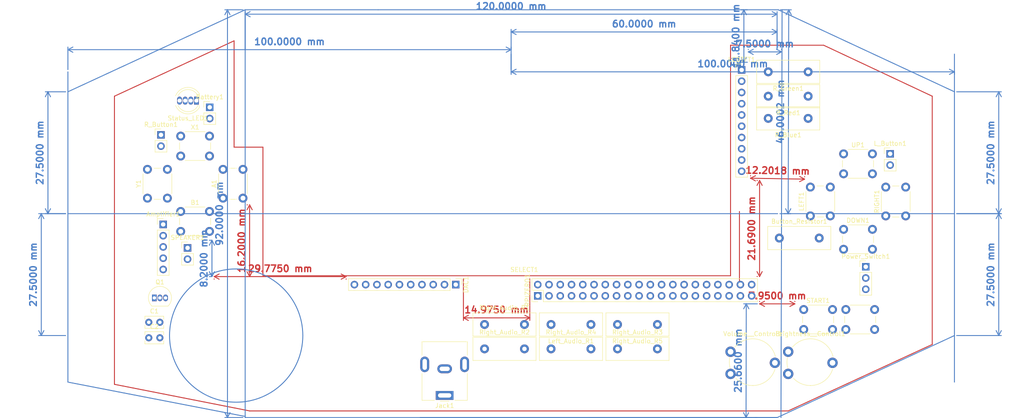
<source format=kicad_pcb>
(kicad_pcb (version 20211014) (generator pcbnew)
  (layers (0 "F.Cu" signal) (31 "B.Cu" signal) (34 "B.Paste" user) (35 "F.Paste" user) (36 "B.SilkS" user "B.Silkscreen") (37 "F.SilkS" user "F.Silkscreen") (38 "B.Mask" user) (39 "F.Mask" user) (44 "Edge.Cuts" user))
  (net 0 "")
  (net 1 "Net-(A1-Pad1)")
  (net 2 "Net-(A1-Pad2)")
  (net 3 "Net-(Amplifier1-Pad1)")
  (net 4 "Net-(Amplifier1-Pad2)")
  (net 6 "Net-(Amplifier1-Pad4)")
  (net 7 "Net-(B1-Pad1)")
  (net 8 "Net-(Battery1-Pad1)")
  (net 9 "Net-(Battery1-Pad2)")
  (net 10 "Net-(Brightness__Control1-Pad2)")
  (net 11 "Net-(Brightness__Control1-Pad3)")
  (net 12 "Net-(Button_Resistor1-Pad1)")
  (net 13 "Net-(C1-Pad1)")
  (net 14 "Net-(SPEAKER1-Pad1)")
  (net 15 "Net-(C2-Pad2)")
  (net 17 "Net-(DAC1-Pad3)")
  (net 18 "Net-(DAC1-Pad4)")
  (net 19 "Net-(DAC1-Pad5)")
  (net 20 "Net-(DAC1-Pad6)")
  (net 21 "Net-(DAC1-Pad7)")
  (net 22 "Net-(DAC1-Pad9)")
  (net 24 "Net-(C2-Pad1)")
  (net 26 "Net-(LCDTFT1-Pad2)")
  (net 27 "Net-(LCDTFT1-Pad4)")
  (net 28 "Net-(LCDTFT1-Pad5)")
  (net 29 "Net-(LCDTFT1-Pad6)")
  (net 30 "Net-(LCDTFT1-Pad7)")
  (net 31 "Net-(LCDTFT1-Pad8)")
  (net 32 "Net-(LCDTFT1-Pad9)")
  (net 33 "Net-(DOWN1-Pad2)")
  (net 34 "Net-(LEFT1-Pad2)")
  (net 35 "Net-(Power_Switch1-Pad2)")
  (net 37 "Net-(Q1-Pad1)")
  (net 38 "Net-(L_Button1-Pad1)")
  (net 44 "Net-(RPIZERO1-Pad10)")
  (net 45 "Net-(RPIZERO1-Pad11)")
  (net 46 "Net-(RIGHT1-Pad2)")
  (net 49 "Net-(RPIZERO1-Pad13)")
  (net 50 "Net-(RPIZERO1-Pad26)")
  (net 51 "Net-(RPIZERO1-Pad27)")
  (net 52 "Net-(RPIZERO1-Pad29)")
  (net 53 "Net-(RPIZERO1-Pad28)")
  (net 54 "Net-(Status_LED1-Pad4)")
  (net 55 "Net-(RPIZERO1-Pad36)")
  (net 56 "Net-(RPIZERO1-Pad38)")
  (net 57 "Net-(Status_LED1-Pad1)")
  (net 58 "Net-(Status_LED1-Pad2)")
  (net 59 "Net-(Status_LED1-Pad3)")
  (footprint "Connector_PinHeader_2.54mm:PinHeader_1x10_P2.54mm_Vertical" (layer "F.Cu") (at 171 46.575)
    (fp_text reference "LCDTFT1" (at 0 -2.33) (layer "F.SilkS"))
    (fp_text value "Conn_01x10")
    (fp_line (start -1.33 24.19) (end 1.33 24.19) (layer "F.SilkS") (width 0.12))
    (fp_line (start 1.33 1.27) (end 1.33 24.19) (layer "F.SilkS") (width 0.12))
    (fp_line (start -1.33 -1.33) (end 0 -1.33) (layer "F.SilkS") (width 0.12))
    (fp_line (start -1.33 1.27) (end -1.33 24.19) (layer "F.SilkS") (width 0.12))
    (fp_line (start -1.33 1.27) (end 1.33 1.27) (layer "F.SilkS") (width 0.12))
    (fp_line (start -1.33 0) (end -1.33 -1.33) (layer "F.SilkS") (width 0.12))
    (pad "1" thru_hole rect locked (at 0 0) (size 1.7 1.7) (drill 1) (layers *.Cu *.Mask))
    (pad "2" thru_hole oval locked (at 0 2.54) (size 1.7 1.7) (drill 1) (layers *.Cu *.Mask) (net 26 "Net-(LCDTFT1-Pad2)"))
    (pad "3" thru_hole oval locked (at 0 5.08) (size 1.7 1.7) (drill 1) (layers *.Cu *.Mask) (net 10 "Net-(Brightness__Control1-Pad2)"))
    (pad "4" thru_hole oval locked (at 0 7.62) (size 1.7 1.7) (drill 1) (layers *.Cu *.Mask) (net 27 "Net-(LCDTFT1-Pad4)"))
    (pad "5" thru_hole oval locked (at 0 10.16) (size 1.7 1.7) (drill 1) (layers *.Cu *.Mask) (net 28 "Net-(LCDTFT1-Pad5)"))
    (pad "6" thru_hole oval locked (at 0 12.7) (size 1.7 1.7) (drill 1) (layers *.Cu *.Mask) (net 29 "Net-(LCDTFT1-Pad6)"))
    (pad "7" thru_hole oval locked (at 0 15.24) (size 1.7 1.7) (drill 1) (layers *.Cu *.Mask) (net 30 "Net-(LCDTFT1-Pad7)"))
    (pad "8" thru_hole oval locked (at 0 17.78) (size 1.7 1.7) (drill 1) (layers *.Cu *.Mask) (net 31 "Net-(LCDTFT1-Pad8)"))
    (pad "9" thru_hole oval locked (at 0 20.32) (size 1.7 1.7) (drill 1) (layers *.Cu *.Mask) (net 32 "Net-(LCDTFT1-Pad9)"))
    (pad "10" thru_hole oval locked (at 0 22.86) (size 1.7 1.7) (drill 1) (layers *.Cu *.Mask) (net 6 "Net-(Amplifier1-Pad4)"))
  )
  (footprint "Resistor_THT:R_Box_L14.0mm_W5.0mm_P9.00mm" (layer "F.Cu") (at 143 109.5)
    (fp_text reference "Right_Audio_R3" (at 4.5 -3.75) (layer "F.SilkS"))
    (fp_text value "1000")
    (fp_line (start -2.62 -2.62) (end -2.62 2.62) (layer "F.SilkS") (width 0.12))
    (fp_line (start -2.62 -2.62) (end 11.62 -2.62) (layer "F.SilkS") (width 0.12))
    (fp_line (start -2.62 2.62) (end 11.62 2.62) (layer "F.SilkS") (width 0.12))
    (fp_line (start 11.62 -2.62) (end 11.62 2.62) (layer "F.SilkS") (width 0.12))
    (pad "1" thru_hole circle (at 0 0) (size 2 2) (drill 1) (layers *.Cu *.Mask) (net 13 "Net-(C1-Pad1)"))
    (pad "2" thru_hole circle (at 9 0) (size 2 2) (drill 1) (layers *.Cu *.Mask) (net 4 "Net-(Amplifier1-Pad2)"))
  )
  (footprint "Connector_PinHeader_2.54mm:PinHeader_1x03_P2.54mm_Vertical" (layer "F.Cu") (at 199 90.975)
    (fp_text reference "Power_Switch1" (at 0 -2.33) (layer "F.SilkS"))
    (fp_text value "SW_SPDT")
    (fp_line (start 1.33 1.27) (end 1.33 6.41) (layer "F.SilkS") (width 0.12))
    (fp_line (start -1.33 6.41) (end 1.33 6.41) (layer "F.SilkS") (width 0.12))
    (fp_line (start -1.33 -1.33) (end 0 -1.33) (layer "F.SilkS") (width 0.12))
    (fp_line (start -1.33 1.27) (end -1.33 6.41) (layer "F.SilkS") (width 0.12))
    (fp_line (start -1.33 0) (end -1.33 -1.33) (layer "F.SilkS") (width 0.12))
    (fp_line (start -1.33 1.27) (end 1.33 1.27) (layer "F.SilkS") (width 0.12))
    (pad "1" thru_hole rect (at 0 0) (size 1.7 1.7) (drill 1) (layers *.Cu *.Mask) (net 8 "Net-(Battery1-Pad1)"))
    (pad "2" thru_hole oval (at 0 2.54) (size 1.7 1.7) (drill 1) (layers *.Cu *.Mask) (net 35 "Net-(Power_Switch1-Pad2)"))
    (pad "3" thru_hole oval (at 0 5.08) (size 1.7 1.7) (drill 1) (layers *.Cu *.Mask))
  )
  (footprint "Capacitor_THT:C_Rect_L4.0mm_W2.5mm_P2.50mm" (layer "F.Cu") (at 37.25 107)
    (fp_text reference "C2" (at 1.25 -2.5) (layer "F.SilkS"))
    (fp_text value "C_Polarized_Small")
    (fp_line (start -0.87 1.37) (end 3.37 1.37) (layer "F.SilkS") (width 0.12))
    (fp_line (start -0.87 -1.37) (end -0.87 -0.665) (layer "F.SilkS") (width 0.12))
    (fp_line (start 3.37 -1.37) (end 3.37 -0.665) (layer "F.SilkS") (width 0.12))
    (fp_line (start -0.87 -1.37) (end 3.37 -1.37) (layer "F.SilkS") (width 0.12))
    (fp_line (start -0.87 0.665) (end -0.87 1.37) (layer "F.SilkS") (width 0.12))
    (fp_line (start 3.37 0.665) (end 3.37 1.37) (layer "F.SilkS") (width 0.12))
    (pad "1" thru_hole circle (at 0 0) (size 1.6 1.6) (drill 0.8) (layers *.Cu *.Mask) (net 24 "Net-(C2-Pad1)"))
    (pad "2" thru_hole circle (at 2.5 0) (size 1.6 1.6) (drill 0.8) (layers *.Cu *.Mask) (net 15 "Net-(C2-Pad2)"))
  )
  (footprint "Connector_PinHeader_2.54mm:PinHeader_1x02_P2.54mm_Vertical" (layer "F.Cu") (at 40 61.225)
    (fp_text reference "R_Button1" (at 0 -2.33) (layer "F.SilkS"))
    (fp_text value "Conn_01x02")
    (fp_line (start -1.33 3.87) (end 1.33 3.87) (layer "F.SilkS") (width 0.12))
    (fp_line (start -1.33 -1.33) (end 0 -1.33) (layer "F.SilkS") (width 0.12))
    (fp_line (start -1.33 0) (end -1.33 -1.33) (layer "F.SilkS") (width 0.12))
    (fp_line (start -1.33 1.27) (end -1.33 3.87) (layer "F.SilkS") (width 0.12))
    (fp_line (start -1.33 1.27) (end 1.33 1.27) (layer "F.SilkS") (width 0.12))
    (fp_line (start 1.33 1.27) (end 1.33 3.87) (layer "F.SilkS") (width 0.12))
    (pad "1" thru_hole rect (at 0 0) (size 1.7 1.7) (drill 1) (layers *.Cu *.Mask) (net 44 "Net-(RPIZERO1-Pad10)"))
    (pad "2" thru_hole oval (at 0 2.54) (size 1.7 1.7) (drill 1) (layers *.Cu *.Mask) (net 2 "Net-(A1-Pad2)"))
  )
  (footprint "Connector_PinHeader_2.54mm:PinHeader_2x20_P2.54mm_Vertical" (layer "F.Cu") (at 125 97.54 90)
    (fp_text reference "RPIZERO1" (at 1.27 -2.33 90) (layer "F.SilkS"))
    (fp_text value "Conn_02x20_Odd_Even")
    (fp_line (start -1.33 -1.33) (end 0 -1.33) (layer "F.SilkS") (width 0.12))
    (fp_line (start -1.33 0) (end -1.33 -1.33) (layer "F.SilkS") (width 0.12))
    (fp_line (start 3.87 -1.33) (end 3.87 49.59) (layer "F.SilkS") (width 0.12))
    (fp_line (start 1.27 -1.33) (end 3.87 -1.33) (layer "F.SilkS") (width 0.12))
    (fp_line (start -1.33 1.27) (end -1.33 49.59) (layer "F.SilkS") (width 0.12))
    (fp_line (start 1.27 1.27) (end 1.27 -1.33) (layer "F.SilkS") (width 0.12))
    (fp_line (start -1.33 1.27) (end 1.27 1.27) (layer "F.SilkS") (width 0.12))
    (fp_line (start -1.33 49.59) (end 3.87 49.59) (layer "F.SilkS") (width 0.12))
    (pad "1" thru_hole rect locked (at 0 0 90) (size 1.7 1.7) (drill 1) (layers *.Cu *.Mask))
    (pad "2" thru_hole oval locked (at 2.54 0 90) (size 1.7 1.7) (drill 1) (layers *.Cu *.Mask) (net 35 "Net-(Power_Switch1-Pad2)"))
    (pad "3" thru_hole oval locked (at 0 2.54 90) (size 1.7 1.7) (drill 1) (layers *.Cu *.Mask))
    (pad "4" thru_hole oval locked (at 2.54 2.54 90) (size 1.7 1.7) (drill 1) (layers *.Cu *.Mask) (net 6 "Net-(Amplifier1-Pad4)"))
    (pad "5" thru_hole oval locked (at 0 5.08 90) (size 1.7 1.7) (drill 1) (layers *.Cu *.Mask))
    (pad "6" thru_hole oval locked (at 2.54 5.08 90) (size 1.7 1.7) (drill 1) (layers *.Cu *.Mask) (net 17 "Net-(DAC1-Pad3)"))
    (pad "7" thru_hole oval locked (at 0 7.62 90) (size 1.7 1.7) (drill 1) (layers *.Cu *.Mask) (net 38 "Net-(L_Button1-Pad1)"))
    (pad "8" thru_hole oval locked (at 2.54 7.62 90) (size 1.7 1.7) (drill 1) (layers *.Cu *.Mask))
    (pad "9" thru_hole oval locked (at 0 10.16 90) (size 1.7 1.7) (drill 1) (layers *.Cu *.Mask))
    (pad "10" thru_hole oval locked (at 2.54 10.16 90) (size 1.7 1.7) (drill 1) (layers *.Cu *.Mask) (net 44 "Net-(RPIZERO1-Pad10)"))
    (pad "11" thru_hole oval locked (at 0 12.7 90) (size 1.7 1.7) (drill 1) (layers *.Cu *.Mask) (net 45 "Net-(RPIZERO1-Pad11)"))
    (pad "12" thru_hole oval locked (at 2.54 12.7 90) (size 1.7 1.7) (drill 1) (layers *.Cu *.Mask) (net 20 "Net-(DAC1-Pad6)"))
    (pad "13" thru_hole oval locked (at 0 15.24 90) (size 1.7 1.7) (drill 1) (layers *.Cu *.Mask) (net 49 "Net-(RPIZERO1-Pad13)"))
    (pad "14" thru_hole oval locked (at 2.54 15.24 90) (size 1.7 1.7) (drill 1) (layers *.Cu *.Mask) (net 9 "Net-(Battery1-Pad2)"))
    (pad "15" thru_hole oval locked (at 0 17.78 90) (size 1.7 1.7) (drill 1) (layers *.Cu *.Mask) (net 7 "Net-(B1-Pad1)"))
    (pad "16" thru_hole oval locked (at 2.54 17.78 90) (size 1.7 1.7) (drill 1) (layers *.Cu *.Mask))
    (pad "17" thru_hole oval locked (at 0 20.32 90) (size 1.7 1.7) (drill 1) (layers *.Cu *.Mask))
    (pad "18" thru_hole oval locked (at 2.54 20.32 90) (size 1.7 1.7) (drill 1) (layers *.Cu *.Mask) (net 29 "Net-(LCDTFT1-Pad6)"))
    (pad "19" thru_hole oval locked (at 0 22.86 90) (size 1.7 1.7) (drill 1) (layers *.Cu *.Mask) (net 28 "Net-(LCDTFT1-Pad5)"))
    (pad "20" thru_hole oval locked (at 2.54 22.86 90) (size 1.7 1.7) (drill 1) (layers *.Cu *.Mask) (net 32 "Net-(LCDTFT1-Pad9)"))
    (pad "21" thru_hole oval locked (at 0 25.4 90) (size 1.7 1.7) (drill 1) (layers *.Cu *.Mask) (net 26 "Net-(LCDTFT1-Pad2)"))
    (pad "22" thru_hole oval locked (at 2.54 25.4 90) (size 1.7 1.7) (drill 1) (layers *.Cu *.Mask) (net 30 "Net-(LCDTFT1-Pad7)"))
    (pad "23" thru_hole oval locked (at 0 27.94 90) (size 1.7 1.7) (drill 1) (layers *.Cu *.Mask) (net 27 "Net-(LCDTFT1-Pad4)"))
    (pad "24" thru_hole oval locked (at 2.54 27.94 90) (size 1.7 1.7) (drill 1) (layers *.Cu *.Mask) (net 31 "Net-(LCDTFT1-Pad8)"))
    (pad "25" thru_hole oval locked (at 0 30.48 90) (size 1.7 1.7) (drill 1) (layers *.Cu *.Mask) (net 11 "Net-(Brightness__Control1-Pad3)"))
    (pad "26" thru_hole oval locked (at 2.54 30.48 90) (size 1.7 1.7) (drill 1) (layers *.Cu *.Mask) (net 50 "Net-(RPIZERO1-Pad26)"))
    (pad "27" thru_hole oval locked (at 0 33.02 90) (size 1.7 1.7) (drill 1) (layers *.Cu *.Mask) (net 51 "Net-(RPIZERO1-Pad27)"))
    (pad "28" thru_hole oval locked (at 2.54 33.02 90) (size 1.7 1.7) (drill 1) (layers *.Cu *.Mask) (net 53 "Net-(RPIZERO1-Pad28)"))
    (pad "29" thru_hole oval locked (at 0 35.56 90) (size 1.7 1.7) (drill 1) (layers *.Cu *.Mask) (net 52 "Net-(RPIZERO1-Pad29)"))
    (pad "30" thru_hole oval locked (at 2.54 35.56 90) (size 1.7 1.7) (drill 1) (layers *.Cu *.Mask) (net 54 "Net-(Status_LED1-Pad4)"))
    (pad "31" thru_hole oval locked (at 0 38.1 90) (size 1.7 1.7) (drill 1) (layers *.Cu *.Mask) (net 33 "Net-(DOWN1-Pad2)"))
    (pad "32" thru_hole oval locked (at 2.54 38.1 90) (size 1.7 1.7) (drill 1) (layers *.Cu *.Mask) (net 1 "Net-(A1-Pad1)"))
    (pad "33" thru_hole oval locked (at 0 40.64 90) (size 1.7 1.7) (drill 1) (layers *.Cu *.Mask) (net 34 "Net-(LEFT1-Pad2)"))
    (pad "34" thru_hole oval locked (at 2.54 40.64 90) (size 1.7 1.7) (drill 1) (layers *.Cu *.Mask) (net 4 "Net-(Amplifier1-Pad2)"))
    (pad "35" thru_hole oval locked (at 0 43.18 90) (size 1.7 1.7) (drill 1) (layers *.Cu *.Mask) (net 18 "Net-(DAC1-Pad4)"))
    (pad "36" thru_hole oval locked (at 2.54 43.18 90) (size 1.7 1.7) (drill 1) (layers *.Cu *.Mask) (net 55 "Net-(RPIZERO1-Pad36)"))
    (pad "37" thru_hole oval locked (at 0 45.72 90) (size 1.7 1.7) (drill 1) (layers *.Cu *.Mask) (net 46 "Net-(RIGHT1-Pad2)"))
    (pad "38" thru_hole oval locked (at 2.54 45.72 90) (size 1.7 1.7) (drill 1) (layers *.Cu *.Mask) (net 56 "Net-(RPIZERO1-Pad38)"))
    (pad "39" thru_hole oval locked (at 0 48.26 90) (size 1.7 1.7) (drill 1) (layers *.Cu *.Mask) (net 12 "Net-(Button_Resistor1-Pad1)"))
    (pad "40" thru_hole oval locked (at 2.54 48.26 90) (size 1.7 1.7) (drill 1) (layers *.Cu *.Mask) (net 19 "Net-(DAC1-Pad5)"))
  )
  (footprint "Button_Switch_THT:SW_PUSH_6mm" (layer "F.Cu") (at 194.000618 65.506304)
    (fp_text reference "UP1" (at 3.25 -2) (layer "F.SilkS"))
    (fp_text value "SW_Push_Dual")
    (fp_line (start 5.5 -1) (end 1 -1) (layer "F.SilkS") (width 0.12))
    (fp_line (start 1 5.5) (end 5.5 5.5) (layer "F.SilkS") (width 0.12))
    (fp_line (start -0.25 1.5) (end -0.25 3) (layer "F.SilkS") (width 0.12))
    (fp_line (start 6.75 3) (end 6.75 1.5) (layer "F.SilkS") (width 0.12))
    (pad "1" thru_hole circle (at 0 0 90) (size 2 2) (drill 1.1) (layers *.Cu *.Mask) (net 2 "Net-(A1-Pad2)"))
    (pad "1" thru_hole circle (at 6.5 0 90) (size 2 2) (drill 1.1) (layers *.Cu *.Mask) (net 2 "Net-(A1-Pad2)"))
    (pad "2" thru_hole circle (at 0 4.5 90) (size 2 2) (drill 1.1) (layers *.Cu *.Mask) (net 52 "Net-(RPIZERO1-Pad29)"))
    (pad "2" thru_hole circle (at 6.5 4.5 90) (size 2 2) (drill 1.1) (layers *.Cu *.Mask) (net 52 "Net-(RPIZERO1-Pad29)"))
  )
  (footprint "Potentiometer_THT:Potentiometer_Piher_PT-10-V10_Vertical" (layer "F.Cu") (at 168.5 115.15)
    (fp_text reference "Volume__Control1" (at 5 -9.05) (layer "F.SilkS"))
    (fp_text value "10k")
    (fp_arc (start -0.11439 -1.375119) (mid -0.269093 -2.512295) (end -0.174 -3.656) (layer "F.SilkS") (width 0.12))
    (fp_arc (start 5.09203 2.619358) (mid 2.983245 2.219015) (end 1.209 1.011) (layer "F.SilkS") (width 0.12))
    (fp_arc (start 0.963379 -6.038474) (mid 6.186565 -7.784991) (end 10.114 -3.924) (layer "F.SilkS") (width 0.12))
    (fp_arc (start 10.039726 -1.109201) (mid 8.134716 1.586326) (end 5 2.62) (layer "F.SilkS") (width 0.12))
    (pad "1" thru_hole circle (at 0 0) (size 2.34 2.34) (drill 1.3) (layers *.Cu *.Mask) (net 24 "Net-(C2-Pad1)"))
    (pad "2" thru_hole circle (at 10 -2.5) (size 2.34 2.34) (drill 1.3) (layers *.Cu *.Mask) (net 14 "Net-(SPEAKER1-Pad1)"))
    (pad "3" thru_hole circle (at 0 -5) (size 2.34 2.34) (drill 1.3) (layers *.Cu *.Mask) (net 4 "Net-(Amplifier1-Pad2)"))
  )
  (footprint "Resistor_THT:R_Box_L14.0mm_W5.0mm_P9.00mm" (layer "F.Cu") (at 186 52.5 180)
    (fp_text reference "R_Red1" (at 4.5 -3.75) (layer "F.SilkS"))
    (fp_text value "220")
    (fp_line (start -2.62 -2.62) (end -2.62 2.62) (layer "F.SilkS") (width 0.12))
    (fp_line (start -2.62 -2.62) (end 11.62 -2.62) (layer "F.SilkS") (width 0.12))
    (fp_line (start -2.62 2.62) (end 11.62 2.62) (layer "F.SilkS") (width 0.12))
    (fp_line (start 11.62 -2.62) (end 11.62 2.62) (layer "F.SilkS") (width 0.12))
    (pad "1" thru_hole circle (at 0 0 180) (size 2 2) (drill 1) (layers *.Cu *.Mask) (net 57 "Net-(Status_LED1-Pad1)"))
    (pad "2" thru_hole circle (at 9 0 180) (size 2 2) (drill 1) (layers *.Cu *.Mask) (net 50 "Net-(RPIZERO1-Pad26)"))
  )
  (footprint "Resistor_THT:R_Box_L14.0mm_W5.0mm_P9.00mm" (layer "F.Cu") (at 152 104 180)
    (fp_text reference "Right_Audio_R5" (at 4.5 -3.75) (layer "F.SilkS"))
    (fp_text value "20")
    (fp_line (start -2.62 2.62) (end 11.62 2.62) (layer "F.SilkS") (width 0.12))
    (fp_line (start -2.62 -2.62) (end -2.62 2.62) (layer "F.SilkS") (width 0.12))
    (fp_line (start -2.62 -2.62) (end 11.62 -2.62) (layer "F.SilkS") (width 0.12))
    (fp_line (start 11.62 -2.62) (end 11.62 2.62) (layer "F.SilkS") (width 0.12))
    (pad "1" thru_hole circle (at 0 0 180) (size 2 2) (drill 1) (layers *.Cu *.Mask) (net 37 "Net-(Q1-Pad1)"))
    (pad "2" thru_hole circle (at 9 0 180) (size 2 2) (drill 1) (layers *.Cu *.Mask) (net 4 "Net-(Amplifier1-Pad2)"))
  )
  (footprint "Potentiometer_THT:Potentiometer_Piher_PT-10-V10_Vertical" (layer "F.Cu") (at 181.5 115.15)
    (fp_text reference "Brightness__Control1" (at 5 -9.05) (layer "F.SilkS"))
    (fp_text value "10k")
    (fp_arc (start 10.039726 -1.109201) (mid 8.134716 1.586326) (end 5 2.62) (layer "F.SilkS") (width 0.12))
    (fp_arc (start 5.09203 2.619358) (mid 2.983245 2.219015) (end 1.209 1.011) (layer "F.SilkS") (width 0.12))
    (fp_arc (start -0.11439 -1.375119) (mid -0.269093 -2.512295) (end -0.174 -3.656) (layer "F.SilkS") (width 0.12))
    (fp_arc (start 0.963379 -6.038474) (mid 6.186565 -7.784991) (end 10.114 -3.924) (layer "F.SilkS") (width 0.12))
    (pad "1" thru_hole circle (at 0 0) (size 2.34 2.34) (drill 1.3) (layers *.Cu *.Mask) (net 6 "Net-(Amplifier1-Pad4)"))
    (pad "2" thru_hole circle (at 10 -2.5) (size 2.34 2.34) (drill 1.3) (layers *.Cu *.Mask) (net 10 "Net-(Brightness__Control1-Pad2)"))
    (pad "3" thru_hole circle (at 0 -5) (size 2.34 2.34) (drill 1.3) (layers *.Cu *.Mask) (net 11 "Net-(Brightness__Control1-Pad3)"))
  )
  (footprint "Connector_PinHeader_2.54mm:PinHeader_1x02_P2.54mm_Vertical" (layer "F.Cu") (at 46 86.725)
    (fp_text reference "SPEAKER1" (at 0 -2.33) (layer "F.SilkS"))
    (fp_text value "Conn_01x02")
    (fp_line (start -1.33 1.27) (end -1.33 3.87) (layer "F.SilkS") (width 0.12))
    (fp_line (start -1.33 -1.33) (end 0 -1.33) (layer "F.SilkS") (width 0.12))
    (fp_line (start -1.33 0) (end -1.33 -1.33) (layer "F.SilkS") (width 0.12))
    (fp_line (start -1.33 3.87) (end 1.33 3.87) (layer "F.SilkS") (width 0.12))
    (fp_line (start -1.33 1.27) (end 1.33 1.27) (layer "F.SilkS") (width 0.12))
    (fp_line (start 1.33 1.27) (end 1.33 3.87) (layer "F.SilkS") (width 0.12))
    (pad "1" thru_hole rect (at 0 0) (size 1.7 1.7) (drill 1) (layers *.Cu *.Mask) (net 14 "Net-(SPEAKER1-Pad1)"))
    (pad "2" thru_hole oval (at 0 2.54) (size 1.7 1.7) (drill 1) (layers *.Cu *.Mask) (net 4 "Net-(Amplifier1-Pad2)"))
  )
  (footprint "Button_Switch_THT:SW_PUSH_6mm" (layer "F.Cu") (at 54 75.5 90)
    (fp_text reference "A1" (at 3.25 -2 90) (layer "F.SilkS"))
    (fp_text value "SW_Push_Dual")
    (fp_line (start 1 5.5) (end 5.5 5.5) (layer "F.SilkS") (width 0.12))
    (fp_line (start -0.25 1.5) (end -0.25 3) (layer "F.SilkS") (width 0.12))
    (fp_line (start 5.5 -1) (end 1 -1) (layer "F.SilkS") (width 0.12))
    (fp_line (start 6.75 3) (end 6.75 1.5) (layer "F.SilkS") (width 0.12))
    (pad "1" thru_hole circle locked (at 0 0 180) (size 2 2) (drill 1.1) (layers *.Cu *.Mask) (net 1 "Net-(A1-Pad1)"))
    (pad "1" thru_hole circle locked (at 6.5 0 180) (size 2 2) (drill 1.1) (layers *.Cu *.Mask) (net 1 "Net-(A1-Pad1)"))
    (pad "2" thru_hole circle locked (at 6.5 4.5 180) (size 2 2) (drill 1.1) (layers *.Cu *.Mask) (net 2 "Net-(A1-Pad2)"))
    (pad "2" thru_hole circle locked (at 0 4.5 180) (size 2 2) (drill 1.1) (layers *.Cu *.Mask) (net 2 "Net-(A1-Pad2)"))
  )
  (footprint "Button_Switch_THT:SW_PUSH_6mm" (layer "F.Cu") (at 194.001226 82.530877)
    (fp_text reference "DOWN1" (at 3.25 -2) (layer "F.SilkS"))
    (fp_text value "SW_Push_Dual")
    (fp_line (start 5.5 -1) (end 1 -1) (layer "F.SilkS") (width 0.12))
    (fp_line (start 1 5.5) (end 5.5 5.5) (layer "F.SilkS") (width 0.12))
    (fp_line (start 6.75 3) (end 6.75 1.5) (layer "F.SilkS") (width 0.12))
    (fp_line (start -0.25 1.5) (end -0.25 3) (layer "F.SilkS") (width 0.12))
    (pad "1" thru_hole circle (at 0 0 90) (size 2 2) (drill 1.1) (layers *.Cu *.Mask) (net 2 "Net-(A1-Pad2)"))
    (pad "1" thru_hole circle (at 6.5 0 90) (size 2 2) (drill 1.1) (layers *.Cu *.Mask) (net 2 "Net-(A1-Pad2)"))
    (pad "2" thru_hole circle (at 0 4.5 90) (size 2 2) (drill 1.1) (layers *.Cu *.Mask) (net 33 "Net-(DOWN1-Pad2)"))
    (pad "2" thru_hole circle (at 6.5 4.5 90) (size 2 2) (drill 1.1) (layers *.Cu *.Mask) (net 33 "Net-(DOWN1-Pad2)"))
  )
  (footprint "LED_THT:LED_D5.0mm-4_RGB" (layer "F.Cu") (at 48 53.5 180)
    (fp_text reference "Status_LED1" (at 1.905 -3.96) (layer "F.SilkS"))
    (fp_text value "LED_RGBK")
    (fp_line (start -0.655 1.08) (end -0.655 1.545) (layer "F.SilkS") (width 0.12))
    (fp_line (start -0.655 -1.545) (end -0.655 -1.08) (layer "F.SilkS") (width 0.12))
    (fp_arc (start -0.349684 -1.08) (mid 1.904762 -2.5) (end 4.159479 -1.080429) (layer "F.SilkS") (width 0.12))
    (fp_arc (start -0.655 -1.54483) (mid 2.163456 -2.978809) (end 4.692815 -1.080827) (layer "F.SilkS") (width 0.12))
    (fp_arc (start 4.692815 1.080827) (mid 2.163456 2.978808) (end -0.655 1.54483) (layer "F.SilkS") (width 0.12))
    (fp_arc (start 4.159479 1.080429) (mid 1.904762 2.5) (end -0.349684 1.08) (layer "F.SilkS") (width 0.12))
    (pad "1" thru_hole rect (at 0 0 180) (size 1.07 1.8) (drill 0.9) (layers *.Cu *.Mask) (net 57 "Net-(Status_LED1-Pad1)"))
    (pad "2" thru_hole oval (at 1.27 0 180) (size 1.07 1.8) (drill 0.9) (layers *.Cu *.Mask) (net 58 "Net-(Status_LED1-Pad2)"))
    (pad "3" thru_hole oval (at 2.54 0 180) (size 1.07 1.8) (drill 0.9) (layers *.Cu *.Mask) (net 59 "Net-(Status_LED1-Pad3)"))
    (pad "4" thru_hole oval (at 3.81 0 180) (size 1.07 1.8) (drill 0.9) (layers *.Cu *.Mask) (net 54 "Net-(Status_LED1-Pad4)"))
  )
  (footprint "Button_Switch_THT:SW_PUSH_6mm" (layer "F.Cu") (at 44.45 78.5)
    (fp_text reference "B1" (at 3.25 -2) (layer "F.SilkS"))
    (fp_text value "SW_Push_Dual")
    (fp_line (start 1 5.5) (end 5.5 5.5) (layer "F.SilkS") (width 0.12))
    (fp_line (start 6.75 3) (end 6.75 1.5) (layer "F.SilkS") (width 0.12))
    (fp_line (start -0.25 1.5) (end -0.25 3) (layer "F.SilkS") (width 0.12))
    (fp_line (start 5.5 -1) (end 1 -1) (layer "F.SilkS") (width 0.12))
    (pad "1" thru_hole circle locked (at 6.5 0 90) (size 2 2) (drill 1.1) (layers *.Cu *.Mask) (net 7 "Net-(B1-Pad1)"))
    (pad "1" thru_hole circle locked (at 0 0 90) (size 2 2) (drill 1.1) (layers *.Cu *.Mask) (net 7 "Net-(B1-Pad1)"))
    (pad "2" thru_hole circle locked (at 6.5 4.5 90) (size 2 2) (drill 1.1) (layers *.Cu *.Mask) (net 2 "Net-(A1-Pad2)"))
    (pad "2" thru_hole circle locked (at 0 4.5 90) (size 2 2) (drill 1.1) (layers *.Cu *.Mask) (net 2 "Net-(A1-Pad2)"))
  )
  (footprint "Resistor_THT:R_Box_L14.0mm_W5.0mm_P9.00mm" (layer "F.Cu") (at 186 57.5 180)
    (fp_text reference "R_Blue1" (at 4.5 -3.75) (layer "F.SilkS"))
    (fp_text value "220")
    (fp_line (start 11.62 -2.62) (end 11.62 2.62) (layer "F.SilkS") (width 0.12))
    (fp_line (start -2.62 -2.62) (end 11.62 -2.62) (layer "F.SilkS") (width 0.12))
    (fp_line (start -2.62 2.62) (end 11.62 2.62) (layer "F.SilkS") (width 0.12))
    (fp_line (start -2.62 -2.62) (end -2.62 2.62) (layer "F.SilkS") (width 0.12))
    (pad "1" thru_hole circle (at 0 0 180) (size 2 2) (drill 1) (layers *.Cu *.Mask) (net 59 "Net-(Status_LED1-Pad3)"))
    (pad "2" thru_hole circle (at 9 0 180) (size 2 2) (drill 1) (layers *.Cu *.Mask) (net 51 "Net-(RPIZERO1-Pad27)"))
  )
  (footprint "Connector_PinHeader_2.54mm:PinHeader_1x02_P2.54mm_Vertical" (layer "F.Cu") (at 51 55)
    (fp_text reference "Battery1" (at 0 -2.33) (layer "F.SilkS"))
    (fp_text value "Conn_01x02")
    (fp_line (start -1.33 0) (end -1.33 -1.33) (layer "F.SilkS") (width 0.12))
    (fp_line (start 1.33 1.27) (end 1.33 3.87) (layer "F.SilkS") (width 0.12))
    (fp_line (start -1.33 1.27) (end 1.33 1.27) (layer "F.SilkS") (width 0.12))
    (fp_line (start -1.33 1.27) (end -1.33 3.87) (layer "F.SilkS") (width 0.12))
    (fp_line (start -1.33 3.87) (end 1.33 3.87) (layer "F.SilkS") (width 0.12))
    (fp_line (start -1.33 -1.33) (end 0 -1.33) (layer "F.SilkS") (width 0.12))
    (pad "1" thru_hole rect (at 0 0) (size 1.7 1.7) (drill 1) (layers *.Cu *.Mask) (net 8 "Net-(Battery1-Pad1)"))
    (pad "2" thru_hole oval (at 0 2.54) (size 1.7 1.7) (drill 1) (layers *.Cu *.Mask) (net 9 "Net-(Battery1-Pad2)"))
  )
  (footprint "Resistor_THT:R_Box_L14.0mm_W5.0mm_P9.00mm" (layer "F.Cu") (at 186 47 180)
    (fp_text reference "R_Green1" (at 4.5 -3.75) (layer "F.SilkS"))
    (fp_text value "220")
    (fp_line (start -2.62 -2.62) (end 11.62 -2.62) (layer "F.SilkS") (width 0.12))
    (fp_line (start 11.62 -2.62) (end 11.62 2.62) (layer "F.SilkS") (width 0.12))
    (fp_line (start -2.62 -2.62) (end -2.62 2.62) (layer "F.SilkS") (width 0.12))
    (fp_line (start -2.62 2.62) (end 11.62 2.62) (layer "F.SilkS") (width 0.12))
    (pad "1" thru_hole circle (at 0 0 180) (size 2 2) (drill 1) (layers *.Cu *.Mask) (net 58 "Net-(Status_LED1-Pad2)"))
    (pad "2" thru_hole circle (at 9 0 180) (size 2 2) (drill 1) (layers *.Cu *.Mask) (net 53 "Net-(RPIZERO1-Pad28)"))
  )
  (footprint "Button_Switch_THT:SW_PUSH_6mm" (layer "F.Cu") (at 36.95 75.5 90)
    (fp_text reference "Y1" (at 3.25 -2 90) (layer "F.SilkS"))
    (fp_text value "SW_Push_Dual")
    (fp_line (start 5.5 -1) (end 1 -1) (layer "F.SilkS") (width 0.12))
    (fp_line (start 6.75 3) (end 6.75 1.5) (layer "F.SilkS") (width 0.12))
    (fp_line (start -0.25 1.5) (end -0.25 3) (layer "F.SilkS") (width 0.12))
    (fp_line (start 1 5.5) (end 5.5 5.5) (layer "F.SilkS") (width 0.12))
    (pad "1" thru_hole circle locked (at 6.5 0 180) (size 2 2) (drill 1.1) (layers *.Cu *.Mask) (net 45 "Net-(RPIZERO1-Pad11)"))
    (pad "1" thru_hole circle locked (at 0 0 180) (size 2 2) (drill 1.1) (layers *.Cu *.Mask) (net 45 "Net-(RPIZERO1-Pad11)"))
    (pad "2" thru_hole circle locked (at 0 4.5 180) (size 2 2) (drill 1.1) (layers *.Cu *.Mask) (net 2 "Net-(A1-Pad2)"))
    (pad "2" thru_hole circle locked (at 6.5 4.5 180) (size 2 2) (drill 1.1) (layers *.Cu *.Mask) (net 2 "Net-(A1-Pad2)"))
  )
  (footprint "Resistor_THT:R_Box_L14.0mm_W5.0mm_P9.00mm" (layer "F.Cu") (at 113 109.5)
    (fp_text reference "Right_Audio_R2" (at 4.5 -3.75) (layer "F.SilkS"))
    (fp_text value "3220")
    (fp_line (start -2.62 2.62) (end 11.62 2.62) (layer "F.SilkS") (width 0.12))
    (fp_line (start 11.62 -2.62) (end 11.62 2.62) (layer "F.SilkS") (width 0.12))
    (fp_line (start -2.62 -2.62) (end 11.62 -2.62) (layer "F.SilkS") (width 0.12))
    (fp_line (start -2.62 -2.62) (end -2.62 2.62) (layer "F.SilkS") (width 0.12))
    (pad "1" thru_hole circle (at 0 0) (size 2 2) (drill 1) (layers *.Cu *.Mask) (net 6 "Net-(Amplifier1-Pad4)"))
    (pad "2" thru_hole circle (at 9 0) (size 2 2) (drill 1) (layers *.Cu *.Mask) (net 13 "Net-(C1-Pad1)"))
  )
  (footprint "Resistor_THT:R_Box_L14.0mm_W5.0mm_P9.00mm" (layer "F.Cu") (at 128 109.5)
    (fp_text reference "Right_Audio_R4" (at 4.5 -3.75) (layer "F.SilkS"))
    (fp_text value "100")
    (fp_line (start -2.62 2.62) (end 11.62 2.62) (layer "F.SilkS") (width 0.12))
    (fp_line (start -2.62 -2.62) (end -2.62 2.62) (layer "F.SilkS") (width 0.12))
    (fp_line (start -2.62 -2.62) (end 11.62 -2.62) (layer "F.SilkS") (width 0.12))
    (fp_line (start 11.62 -2.62) (end 11.62 2.62) (layer "F.SilkS") (width 0.12))
    (pad "1" thru_hole circle (at 0 0) (size 2 2) (drill 1) (layers *.Cu *.Mask) (net 6 "Net-(Amplifier1-Pad4)"))
    (pad "2" thru_hole circle (at 9 0) (size 2 2) (drill 1) (layers *.Cu *.Mask) (net 15 "Net-(C2-Pad2)"))
  )
  (footprint "Resistor_THT:R_Box_L14.0mm_W5.0mm_P9.00mm" (layer "F.Cu") (at 179.5 84.5)
    (fp_text reference "Button_Resistor1" (at 4.5 -3.75) (layer "F.SilkS"))
    (fp_text value "10k")
    (fp_line (start 11.62 -2.62) (end 11.62 2.62) (layer "F.SilkS") (width 0.12))
    (fp_line (start -2.62 -2.62) (end 11.62 -2.62) (layer "F.SilkS") (width 0.12))
    (fp_line (start -2.62 2.62) (end 11.62 2.62) (layer "F.SilkS") (width 0.12))
    (fp_line (start -2.62 -2.62) (end -2.62 2.62) (layer "F.SilkS") (width 0.12))
    (pad "1" thru_hole circle (at 0 0) (size 2 2) (drill 1) (layers *.Cu *.Mask) (net 12 "Net-(Button_Resistor1-Pad1)"))
    (pad "2" thru_hole circle (at 9 0) (size 2 2) (drill 1) (layers *.Cu *.Mask) (net 2 "Net-(A1-Pad2)"))
  )
  (footprint "Connector_BarrelJack:BarrelJack_CUI_PJ-063AH_Horizontal" (layer "F.Cu") (at 104 120 180)
    (fp_text reference "Jack1" (at 0 -2.3) (layer "F.SilkS"))
    (fp_text value "AudioJack3")
    (fp_line (start -5.11 -1.11) (end -2.3 -1.11) (layer "F.SilkS") (width 0.12))
    (fp_line (start -5.11 4.95) (end -5.11 -1.11) (layer "F.SilkS") (width 0.12))
    (fp_line (start 5.11 9.05) (end 5.11 12.11) (layer "F.SilkS") (width 0.12))
    (fp_line (start 5.11 -1.11) (end 5.11 4.95) (layer "F.SilkS") (width 0.12))
    (fp_line (start -5.11 12.11) (end -5.11 9.05) (layer "F.SilkS") (width 0.12))
    (fp_line (start 2.3 -1.11) (end 5.11 -1.11) (layer "F.SilkS") (width 0.12))
    (fp_line (start -1 -1.3) (end 1 -1.3) (layer "F.SilkS") (width 0.12))
    (fp_line (start 5.11 12.11) (end -5.11 12.11) (layer "F.SilkS") (width 0.12))
    (pad "" np_thru_hole circle (at 0 9 180) (size 1.6 1.6) (drill 1.6) (layers *.Cu *.Mask))
    (pad "1" thru_hole rect (at 0 0 180) (size 4 2) (drill oval 3 1) (layers *.Cu *.Mask))
    (pad "2" thru_hole oval (at 0 6 180) (size 3.3 2) (drill oval 2.3 1) (layers *.Cu *.Mask))
    (pad "MP" thru_hole oval (at 4.5 7 180) (size 2 3.5) (drill oval 1 2.5) (layers *.Cu *.Mask))
    (pad "MP" thru_hole oval (at -4.5 7 180) (size 2 3.5) (drill oval 1 2.5) (layers *.Cu *.Mask))
  )
  (footprint "Capacitor_THT:C_Rect_L4.0mm_W2.5mm_P2.50mm" (layer "F.Cu") (at 37.25 103.5)
    (fp_text reference "C1" (at 1.25 -2.5) (layer "F.SilkS"))
    (fp_text value "C_Polarized_Small")
    (fp_line (start -0.87 -1.37) (end 3.37 -1.37) (layer "F.SilkS") (width 0.12))
    (fp_line (start -0.87 -1.37) (end -0.87 -0.665) (layer "F.SilkS") (width 0.12))
    (fp_line (start 3.37 -1.37) (end 3.37 -0.665) (layer "F.SilkS") (width 0.12))
    (fp_line (start -0.87 1.37) (end 3.37 1.37) (layer "F.SilkS") (width 0.12))
    (fp_line (start 3.37 0.665) (end 3.37 1.37) (layer "F.SilkS") (width 0.12))
    (fp_line (start -0.87 0.665) (end -0.87 1.37) (layer "F.SilkS") (width 0.12))
    (pad "1" thru_hole circle (at 0 0) (size 1.6 1.6) (drill 0.8) (layers *.Cu *.Mask) (net 13 "Net-(C1-Pad1)"))
    (pad "2" thru_hole circle (at 2.5 0) (size 1.6 1.6) (drill 0.8) (layers *.Cu *.Mask) (net 3 "Net-(Amplifier1-Pad1)"))
  )
  (footprint "Package_TO_SOT_THT:TO-92_Inline" (layer "F.Cu") (at 38.5 98)
    (fp_text reference "Q1" (at 1.27 -3.56) (layer "F.SilkS"))
    (fp_text value "S8050")
    (fp_line (start -0.53 1.85) (end 3.07 1.85) (layer "F.SilkS") (width 0.12))
    (fp_arc (start 1.27 -2.6) (mid 3.672087 -0.994977) (end 3.108478 1.838478) (layer "F.SilkS") (width 0.12))
    (fp_arc (start -0.568478 1.838478) (mid -1.132087 -0.994977) (end 1.27 -2.6) (layer "F.SilkS") (width 0.12))
    (pad "1" thru_hole rect (at 0 0) (size 1.05 1.5) (drill 0.75) (layers *.Cu *.Mask) (net 37 "Net-(Q1-Pad1)"))
    (pad "2" thru_hole oval (at 1.27 0) (size 1.05 1.5) (drill 0.75) (layers *.Cu *.Mask) (net 13 "Net-(C1-Pad1)"))
    (pad "3" thru_hole oval (at 2.54 0) (size 1.05 1.5) (drill 0.75) (layers *.Cu *.Mask) (net 15 "Net-(C2-Pad2)"))
  )
  (footprint "Button_Switch_THT:SW_PUSH_6mm" (layer "F.Cu") (at 194.5 100.625)
    (fp_text reference locked "SELECT1" (at -72.53 -8.99) (layer "F.SilkS"))
    (fp_text value "SW_Push_Dual")
    (fp_line (start 1 5.5) (end 5.5 5.5) (layer "F.SilkS") (width 0.12))
    (fp_line (start 6.75 3) (end 6.75 1.5) (layer "F.SilkS") (width 0.12))
    (fp_line (start -0.25 1.5) (end -0.25 3) (layer "F.SilkS") (width 0.12))
    (fp_line (start 5.5 -1) (end 1 -1) (layer "F.SilkS") (width 0.12))
    (pad "1" thru_hole circle locked (at 0 0 90) (size 2 2) (drill 1.1) (layers *.Cu *.Mask) (net 2 "Net-(A1-Pad2)"))
    (pad "1" thru_hole circle locked (at 6.5 0 90) (size 2 2) (drill 1.1) (layers *.Cu *.Mask) (net 2 "Net-(A1-Pad2)"))
    (pad "2" thru_hole circle locked (at 6.5 4.5 90) (size 2 2) (drill 1.1) (layers *.Cu *.Mask) (net 55 "Net-(RPIZERO1-Pad36)"))
    (pad "2" thru_hole circle locked (at 0 4.5 90) (size 2 2) (drill 1.1) (layers *.Cu *.Mask) (net 55 "Net-(RPIZERO1-Pad36)"))
  )
  (footprint "Button_Switch_THT:SW_PUSH_6mm" (layer "F.Cu") (at 186.5 79.5 90)
    (fp_text reference "LEFT1" (at 3.25 -2 90) (layer "F.SilkS"))
    (fp_text value "SW_Push_Dual")
    (fp_line (start -0.25 1.5) (end -0.25 3) (layer "F.SilkS") (width 0.12))
    (fp_line (start 6.75 3) (end 6.75 1.5) (layer "F.SilkS") (width 0.12))
    (fp_line (start 5.5 -1) (end 1 -1) (layer "F.SilkS") (width 0.12))
    (fp_line (start 1 5.5) (end 5.5 5.5) (layer "F.SilkS") (width 0.12))
    (pad "1" thru_hole circle (at 6.5 0 180) (size 2 2) (drill 1.1) (layers *.Cu *.Mask) (net 2 "Net-(A1-Pad2)"))
    (pad "1" thru_hole circle (at 0 0 180) (size 2 2) (drill 1.1) (layers *.Cu *.Mask) (net 2 "Net-(A1-Pad2)"))
    (pad "2" thru_hole circle (at 6.5 4.5 180) (size 2 2) (drill 1.1) (layers *.Cu *.Mask) (net 34 "Net-(LEFT1-Pad2)"))
    (pad "2" thru_hole circle (at 0 4.5 180) (size 2 2) (drill 1.1) (layers *.Cu *.Mask) (net 34 "Net-(LEFT1-Pad2)"))
  )
  (footprint "Connector_PinHeader_2.54mm:PinHeader_1x05_P2.54mm_Vertical" (layer "F.Cu") (at 40.5 81.425)
    (fp_text reference "Amplifier1" (at 0 -2.33) (layer "F.SilkS"))
    (fp_text value "Conn_01x05")
    (fp_line (start 1.33 1.27) (end 1.33 11.49) (layer "F.SilkS") (width 0.12))
    (fp_line (start -1.33 0) (end -1.33 -1.33) (layer "F.SilkS") (width 0.12))
    (fp_line (start -1.33 1.27) (end -1.33 11.49) (layer "F.SilkS") (width 0.12))
    (fp_line (start -1.33 1.27) (end 1.33 1.27) (layer "F.SilkS") (width 0.12))
    (fp_line (start -1.33 -1.33) (end 0 -1.33) (layer "F.SilkS") (width 0.12))
    (fp_line (start -1.33 11.49) (end 1.33 11.49) (layer "F.SilkS") (width 0.12))
    (pad "1" thru_hole rect (at 0 0) (size 1.7 1.7) (drill 1) (layers *.Cu *.Mask) (net 3 "Net-(Amplifier1-Pad1)"))
    (pad "2" thru_hole oval (at 0 2.54) (size 1.7 1.7) (drill 1) (layers *.Cu *.Mask) (net 4 "Net-(Amplifier1-Pad2)"))
    (pad "3" thru_hole oval (at 0 5.08) (size 1.7 1.7) (drill 1) (layers *.Cu *.Mask))
    (pad "4" thru_hole oval (at 0 7.62) (size 1.7 1.7) (drill 1) (layers *.Cu *.Mask) (net 6 "Net-(Amplifier1-Pad4)"))
    (pad "5" thru_hole oval (at 0 10.16) (size 1.7 1.7) (drill 1) (layers *.Cu *.Mask) (net 4 "Net-(Amplifier1-Pad2)"))
  )
  (footprint "Button_Switch_THT:SW_PUSH_6mm" (layer "F.Cu") (at 185 100.625)
    (fp_text reference "START1" (at 3.25 -2) (layer "F.SilkS"))
    (fp_text value "SW_Push_Dual")
    (fp_line (start -0.25 1.5) (end -0.25 3) (layer "F.SilkS") (width 0.12))
    (fp_line (start 1 5.5) (end 5.5 5.5) (layer "F.SilkS") (width 0.12))
    (fp_line (start 6.75 3) (end 6.75 1.5) (layer "F.SilkS") (width 0.12))
    (fp_line (start 5.5 -1) (end 1 -1) (layer "F.SilkS") (width 0.12))
    (pad "1" thru_hole circle locked (at 0 0 90) (size 2 2) (drill 1.1) (layers *.Cu *.Mask) (net 2 "Net-(A1-Pad2)"))
    (pad "1" thru_hole circle locked (at 6.5 0 90) (size 2 2) (drill 1.1) (layers *.Cu *.Mask) (net 2 "Net-(A1-Pad2)"))
    (pad "2" thru_hole circle locked (at 0 4.5 90) (size 2 2) (drill 1.1) (layers *.Cu *.Mask) (net 56 "Net-(RPIZERO1-Pad38)"))
    (pad "2" thru_hole circle locked (at 6.5 4.5 90) (size 2 2) (drill 1.1) (layers *.Cu *.Mask) (net 56 "Net-(RPIZERO1-Pad38)"))
  )
  (footprint "Connector_PinHeader_2.54mm:PinHeader_1x02_P2.54mm_Vertical" (layer "F.Cu") (at 204.5 65.5)
    (fp_text reference "L_Button1" (at 0 -2.33) (layer "F.SilkS"))
    (fp_text value "Conn_01x02")
    (fp_line (start -1.33 1.27) (end -1.33 3.87) (layer "F.SilkS") (width 0.12))
    (fp_line (start -1.33 3.87) (end 1.33 3.87) (layer "F.SilkS") (width 0.12))
    (fp_line (start -1.33 1.27) (end 1.33 1.27) (layer "F.SilkS") (width 0.12))
    (fp_line (start -1.33 -1.33) (end 0 -1.33) (layer "F.SilkS") (width 0.12))
    (fp_line (start 1.33 1.27) (end 1.33 3.87) (layer "F.SilkS") (width 0.12))
    (fp_line (start -1.33 0) (end -1.33 -1.33) (layer "F.SilkS") (width 0.12))
    (pad "1" thru_hole rect (at 0 0) (size 1.7 1.7) (drill 1) (layers *.Cu *.Mask) (net 38 "Net-(L_Button1-Pad1)"))
    (pad "2" thru_hole oval (at 0 2.54) (size 1.7 1.7) (drill 1) (layers *.Cu *.Mask) (net 2 "Net-(A1-Pad2)"))
  )
  (footprint "Resistor_THT:R_Box_L14.0mm_W5.0mm_P9.00mm" (layer "F.Cu") (at 113 104)
    (fp_text reference "Right_Audio_R1" (at 4.5 -3.75) (layer "F.SilkS"))
    (fp_text value "100")
    (fp_line (start 11.62 -2.62) (end 11.62 2.62) (layer "F.SilkS") (width 0.12))
    (fp_line (start -2.62 -2.62) (end 11.62 -2.62) (layer "F.SilkS") (width 0.12))
    (fp_line (start -2.62 2.62) (end 11.62 2.62) (layer "F.SilkS") (width 0.12))
    (fp_line (start -2.62 -2.62) (end -2.62 2.62) (layer "F.SilkS") (width 0.12))
    (pad "1" thru_hole circle (at 0 0) (size 2 2) (drill 1) (layers *.Cu *.Mask) (net 22 "Net-(DAC1-Pad9)"))
    (pad "2" thru_hole circle (at 9 0) (size 2 2) (drill 1) (layers *.Cu *.Mask) (net 3 "Net-(Amplifier1-Pad1)"))
  )
  (footprint "Button_Switch_THT:SW_PUSH_6mm" (layer "F.Cu") (at 203.508347 79.506304 90)
    (fp_text reference "RIGHT1" (at 3.25 -2 90) (layer "F.SilkS"))
    (fp_text value "SW_Push_Dual")
    (fp_line (start 6.75 3) (end 6.75 1.5) (layer "F.SilkS") (width 0.12))
    (fp_line (start -0.25 1.5) (end -0.25 3) (layer "F.SilkS") (width 0.12))
    (fp_line (start 1 5.5) (end 5.5 5.5) (layer "F.SilkS") (width 0.12))
    (fp_line (start 5.5 -1) (end 1 -1) (layer "F.SilkS") (width 0.12))
    (pad "1" thru_hole circle (at 0 0 180) (size 2 2) (drill 1.1) (layers *.Cu *.Mask) (net 2 "Net-(A1-Pad2)"))
    (pad "1" thru_hole circle (at 6.5 0 180) (size 2 2) (drill 1.1) (layers *.Cu *.Mask) (net 2 "Net-(A1-Pad2)"))
    (pad "2" thru_hole circle (at 6.5 4.5 180) (size 2 2) (drill 1.1) (layers *.Cu *.Mask) (net 46 "Net-(RIGHT1-Pad2)"))
    (pad "2" thru_hole circle (at 0 4.5 180) (size 2 2) (drill 1.1) (layers *.Cu *.Mask) (net 46 "Net-(RIGHT1-Pad2)"))
  )
  (footprint "Button_Switch_THT:SW_PUSH_6mm" (layer "F.Cu") (at 44.45 61.5)
    (fp_text reference "X1" (at 3.25 -2) (layer "F.SilkS"))
    (fp_text value "SW_Push_Dual")
    (fp_line (start -0.25 1.5) (end -0.25 3) (layer "F.SilkS") (width 0.12))
    (fp_line (start 1 5.5) (end 5.5 5.5) (layer "F.SilkS") (width 0.12))
    (fp_line (start 5.5 -1) (end 1 -1) (layer "F.SilkS") (width 0.12))
    (fp_line (start 6.75 3) (end 6.75 1.5) (layer "F.SilkS") (width 0.12))
    (pad "1" thru_hole circle locked (at 6.5 0 90) (size 2 2) (drill 1.1) (layers *.Cu *.Mask) (net 49 "Net-(RPIZERO1-Pad13)"))
    (pad "1" thru_hole circle locked (at 0 0 90) (size 2 2) (drill 1.1) (layers *.Cu *.Mask) (net 49 "Net-(RPIZERO1-Pad13)"))
    (pad "2" thru_hole circle locked (at 6.5 4.5 90) (size 2 2) (drill 1.1) (layers *.Cu *.Mask) (net 2 "Net-(A1-Pad2)"))
    (pad "2" thru_hole circle locked (at 0 4.5 90) (size 2 2) (drill 1.1) (layers *.Cu *.Mask) (net 2 "Net-(A1-Pad2)"))
  )
  (footprint "Resistor_THT:R_Box_L14.0mm_W5.0mm_P9.00mm" (layer "F.Cu") (at 137 104 180)
    (fp_text reference "Left_Audio_R1" (at 4.5 -3.75) (layer "F.SilkS"))
    (fp_text value "100")
    (fp_line (start -2.62 -2.62) (end -2.62 2.62) (layer "F.SilkS") (width 0.12))
    (fp_line (start 11.62 -2.62) (end 11.62 2.62) (layer "F.SilkS") (width 0.12))
    (fp_line (start -2.62 2.62) (end 11.62 2.62) (layer "F.SilkS") (width 0.12))
    (fp_line (start -2.62 -2.62) (end 11.62 -2.62) (layer "F.SilkS") (width 0.12))
    (pad "1" thru_hole circle (at 0 0 180) (size 2 2) (drill 1) (layers *.Cu *.Mask) (net 21 "Net-(DAC1-Pad7)"))
    (pad "2" thru_hole circle (at 9 0 180) (size 2 2) (drill 1) (layers *.Cu *.Mask) (net 3 "Net-(Amplifier1-Pad1)"))
  )
  (footprint "Connector_PinHeader_2.54mm:PinHeader_1x10_P2.54mm_Vertical" (layer "F.Cu") (at 106.5 95 -90)
    (fp_text reference "DAC1" (at 0 -2.33 90) (layer "F.SilkS"))
    (fp_text value "Conn_01x10")
    (fp_line (start -1.33 0) (end -1.33 -1.33) (layer "F.SilkS") (width 0.12))
    (fp_line (start -1.33 1.27) (end -1.33 24.19) (layer "F.SilkS") (width 0.12))
    (fp_line (start -1.33 24.19) (end 1.33 24.19) (layer "F.SilkS") (width 0.12))
    (fp_line (start -1.33 -1.33) (end 0 -1.33) (layer "F.SilkS") (width 0.12))
    (fp_line (start 1.33 1.27) (end 1.33 24.19) (layer "F.SilkS") (width 0.12))
    (fp_line (start -1.33 1.27) (end 1.33 1.27) (layer "F.SilkS") (width 0.12))
    (pad "1" thru_hole rect locked (at 0 0 270) (size 1.7 1.7) (drill 1) (layers *.Cu *.Mask) (net 6 "Net-(Amplifier1-Pad4)"))
    (pad "2" thru_hole oval locked (at 0 2.54 270) (size 1.7 1.7) (drill 1) (layers *.Cu *.Mask))
    (pad "3" thru_hole oval locked (at 0 5.08 270) (size 1.7 1.7) (drill 1) (layers *.Cu *.Mask) (net 17 "Net-(DAC1-Pad3)"))
    (pad "4" thru_hole oval locked (at 0 7.62 270) (size 1.7 1.7) (drill 1) (layers *.Cu *.Mask) (net 18 "Net-(DAC1-Pad4)"))
    (pad "5" thru_hole oval locked (at 0 10.16 270) (size 1.7 1.7) (drill 1) (layers *.Cu *.Mask) (net 19 "Net-(DAC1-Pad5)"))
    (pad "6" thru_hole oval locked (at 0 12.7 270) (size 1.7 1.7) (drill 1) (layers *.Cu *.Mask) (net 20 "Net-(DAC1-Pad6)"))
    (pad "7" thru_hole oval locked (at 0 15.24 270) (size 1.7 1.7) (drill 1) (layers *.Cu *.Mask) (net 21 "Net-(DAC1-Pad7)"))
    (pad "8" thru_hole oval locked (at 0 17.78 270) (size 1.7 1.7) (drill 1) (layers *.Cu *.Mask) (net 4 "Net-(Amplifier1-Pad2)"))
    (pad "9" thru_hole oval locked (at 0 20.32 270) (size 1.7 1.7) (drill 1) (layers *.Cu *.Mask) (net 22 "Net-(DAC1-Pad9)"))
    (pad "10" thru_hole oval locked (at 0 22.86 270) (size 1.7 1.7) (drill 1) (layers *.Cu *.Mask))
  )
  (gr_line (start 214 52.5) (end 214 108.5) (layer "F.Cu") (width 0.2))
  (gr_line (start 56.5 40) (end 56.5 64) (layer "F.Cu") (width 0.2))
  (gr_line (start 214 108.5) (end 181.5 123.5) (layer "F.Cu") (width 0.2))
  (gr_line (start 168.5 41) (end 189.5 41) (layer "F.Cu") (width 0.2))
  (gr_line (start 60 123.5) (end 29.5 117.5) (layer "F.Cu") (width 0.2))
  (gr_line (start 63 64) (end 63 92.5) (layer "F.Cu") (width 0.2))
  (gr_line (start 29.5 52.5) (end 56.5 40) (layer "F.Cu") (width 0.2))
  (gr_line (start 189.5 41) (end 214 52.5) (layer "F.Cu") (width 0.2))
  (gr_line locked (start 170.5 95) (end 170.5 78.5) (layer "F.Cu") (width 0.2))
  (gr_line (start 168.5 41) (end 168.5 93) (layer "F.Cu") (width 0.2))
  (gr_line (start 56.5 64) (end 63 64) (layer "F.Cu") (width 0.2))
  (gr_line (start 181.5 123.5) (end 60 123.5) (layer "F.Cu") (width 0.2))
  (gr_line (start 168.5 93) (end 63 93) (layer "F.Cu") (width 0.2))
  (gr_line (start 29.5 117.5) (end 29.5 52.5) (layer "F.Cu") (width 0.2))
  (gr_line (start 63 93) (end 63 92.5) (layer "F.Cu") (width 0.2))
  (gr_line (start 219 47) (end 219 117) (layer "B.Cu") (width 0.2))
  (gr_line (start 59 33) (end 59 124.5) (layer "B.Cu") (width 0.2))
  (gr_line (start 171.5 33) (end 89 33) (layer "B.Cu") (width 0.2))
  (gr_line (start 179 125) (end 59 125) (layer "B.Cu") (width 0.2))
  (gr_circle (center 56.966704 106.5) (end 55.966704 121.5) (layer "B.Cu") (width 0.2) (fill none))
  (gr_line (start 59 124.5) (end 59 125) (layer "B.Cu") (width 0.2))
  (gr_line (start 19 51.5) (end 59 33) (layer "B.Cu") (width 0.2))
  (gr_line (start 19 117) (end 59 124.75) (layer "B.Cu") (width 0.2))
  (gr_line (start 179 125) (end 174 125) (layer "B.Cu") (width 0.2))
  (gr_line (start 171.75 33) (end 179.25 33) (layer "B.Cu") (width 0.2))
  (gr_line (start 89 33) (end 59 33) (layer "B.Cu") (width 0.2))
  (gr_line (start 19 47) (end 19 117) (layer "B.Cu") (width 0.2))
  (gr_line (start 219 51.5) (end 179.25 33) (layer "B.Cu") (width 0.2))
  (gr_line (start 171.5 124.994149) (end 98.5 125) (layer "B.Cu") (width 0.2))
  (gr_line (start 179.125 79) (end 19 79) (layer "B.Cu") (width 0.2))
  (gr_line (start 180.125 33) (end 179.875 125) (layer "B.Cu") (width 0.2))
  (gr_line (start 180.5 79) (end 219 79) (layer "B.Cu") (width 0.2))
  (gr_line (start 179 125) (end 219 106.5) (layer "B.Cu") (width 0.2))
  (dimension (type aligned) (layer "F.Cu") (pts (xy 81.775 93.2) (xy 52 93.2)) (height 0) (gr_text "29,7750 mm" (at 66.8875 91.4) (layer "F.Cu") (effects (font (size 1.5 1.5) (thickness 0.3)))) (format (units 3) (units_format 1) (precision 4)) (style (thickness 0.2) (arrow_length 1.27) (text_position_mode 0) (extension_height 0.58642) (extension_offset 0.5) keep_text_aligned))
  (dimension locked (type aligned) (layer "F.Cu") (pts (xy 108.225 93.2) (xy 123.2 93.19)) (height 9.30635) (gr_text "14,9750 mm" (at 115.717513 100.701348 0.03826094891) (layer "F.Cu") (effects (font (size 1.5 1.5) (thickness 0.3)))) (format (units 3) (units_format 1) (precision 4)) (style (thickness 0.2) (arrow_length 1.27) (text_position_mode 0) (extension_height 0.58642) (extension_offset 0.5) keep_text_aligned))
  (dimension (type aligned) (layer "F.Cu") (pts (xy 173 71) (xy 185.2 71.21)) (height 0) (gr_text "12,2018 mm" (at 179.130979 69.305267 359.0138586) (layer "F.Cu") (effects (font (size 1.5 1.5) (thickness 0.3)))) (format (units 3) (units_format 1) (precision 4)) (style (thickness 0.2) (arrow_length 1.27) (text_position_mode 0) (extension_height 0.58642) (extension_offset 0.5) keep_text_aligned))
  (dimension (type aligned) (layer "F.Cu") (pts (xy 175.05 93.19) (xy 175.05 71.5)) (height 0) (gr_text "21,6900 mm" (at 173.25 82.345 90) (layer "F.Cu") (effects (font (size 1.5 1.5) (thickness 0.3)))) (format (units 3) (units_format 1) (precision 4)) (style (thickness 0.2) (arrow_length 1.27) (text_position_mode 0) (extension_height 0.58642) (extension_offset 0.5) keep_text_aligned))
  (dimension (type aligned) (layer "F.Cu") (pts (xy 175.05 99.34) (xy 183 99.34)) (height 0) (gr_text "7,9500 mm" (at 179.025 97.54) (layer "F.Cu") (effects (font (size 1.5 1.5) (thickness 0.3)))) (format (units 3) (units_format 1) (precision 4)) (style (thickness 0.2) (arrow_length 1.27) (text_position_mode 0) (extension_height 0.58642) (extension_offset 0.5) keep_text_aligned))
  (dimension (type aligned) (layer "F.Cu") (pts (xy 60 93.2) (xy 60 77)) (height 0) (gr_text "16,2000 mm" (at 58.2 85.1 90) (layer "F.Cu") (effects (font (size 1.5 1.5) (thickness 0.3)))) (format (units 3) (units_format 1) (precision 4)) (style (thickness 0.2) (arrow_length 1.27) (text_position_mode 0) (extension_height 0.58642) (extension_offset 0.5) keep_text_aligned))
  (dimension (type aligned) (layer "B.Cu") (pts (xy 119 42.5) (xy 219 42.5)) (height 4.5) (gr_text "100,0000 mm" (at 169 45.2) (layer "B.Cu") (effects (font (size 1.5 1.5) (thickness 0.3)))) (format (units 3) (units_format 1) (precision 4)) (style (thickness 0.2) (arrow_length 1.27) (text_position_mode 0) (extension_height 0.58642) (extension_offset 0.5) keep_text_aligned))
  (dimension (type aligned) (layer "B.Cu") (pts (xy 175.05 99.34) (xy 175 125)) (height 3.002917) (gr_text "25,6600 mm" (at 170.222092 112.160642 89.88835599) (layer "B.Cu") (effects (font (size 1.5 1.5) (thickness 0.3)))) (format (units 3) (units_format 1) (precision 4)) (style (thickness 0.2) (arrow_length 1.27) (text_position_mode 0) (extension_height 0.58642) (extension_offset 0.5) keep_text_aligned))
  (dimension (type aligned) (layer "B.Cu") (pts (xy 19 79) (xy 19 51.5)) (height -4.5) (gr_text "27,5000 mm" (at 12.7 65.25 90) (layer "B.Cu") (effects (font (size 1.5 1.5) (thickness 0.3)))) (format (units 3) (units_format 1) (precision 4)) (style (thickness 0.2) (arrow_length 1.27) (text_position_mode 0) (extension_height 0.58642) (extension_offset 0.5) keep_text_aligned))
  (dimension (type aligned) (layer "B.Cu") (pts (xy 219 79) (xy 219 106.5)) (height -10) (gr_text "27,5000 mm" (at 227.2 92.75 90) (layer "B.Cu") (effects (font (size 1.5 1.5) (thickness 0.3)))) (format (units 3) (units_format 1) (precision 4)) (style (thickness 0.2) (arrow_length 1.27) (text_position_mode 0) (extension_height 0.58642) (extension_offset 0.5) keep_text_aligned))
  (dimension (type aligned) (layer "B.Cu") (pts (xy 52 93.2) (xy 52 85)) (height -0.5) (gr_text "8,2000 mm" (at 49.7 89.1 90) (layer "B.Cu") (effects (font (size 1.5 1.5) (thickness 0.3)))) (format (units 3) (units_format 1) (precision 4)) (style (thickness 0.2) (arrow_length 1.27) (text_position_mode 0) (extension_height 0.58642) (extension_offset 0.5) keep_text_aligned))
  (dimension (type aligned) (layer "B.Cu") (pts (xy 19 79) (xy 19 106.5)) (height 6) (gr_text "27,5000 mm" (at 11.2 92.75 90) (layer "B.Cu") (effects (font (size 1.5 1.5) (thickness 0.3)))) (format (units 3) (units_format 1) (precision 4)) (style (thickness 0.2) (arrow_length 1.27) (text_position_mode 0) (extension_height 0.58642) (extension_offset 0.5) keep_text_aligned))
  (dimension (type aligned) (layer "B.Cu") (pts (xy 179.25 33) (xy 179.125 79)) (height -2.373632) (gr_text "46,0002 mm" (at 179.76113 56.001559 89.84430533) (layer "B.Cu") (effects (font (size 1.5 1.5) (thickness 0.3)))) (format (units 3) (units_format 1) (precision 4)) (style (thickness 0.2) (arrow_length 1.27) (text_position_mode 0) (extension_height 0.58642) (extension_offset 0.5) keep_text_aligned))
  (dimension (type aligned) (layer "B.Cu") (pts (xy 219 79) (xy 219 51.5)) (height 10) (gr_text "27,5000 mm" (at 227.2 65.25 90) (layer "B.Cu") (effects (font (size 1.5 1.5) (thickness 0.3)))) (format (units 3) (units_format 1) (precision 4)) (style (thickness 0.2) (arrow_length 1.27) (text_position_mode 0) (extension_height 0.58642) (extension_offset 0.5) keep_text_aligned))
  (dimension (type aligned) (layer "B.Cu") (pts (xy 172.8 44.84) (xy 172.8 33)) (height -1.3) (gr_text "11,8400 mm" (at 169.7 38.92 90) (layer "B.Cu") (effects (font (size 1.5 1.5) (thickness 0.3)))) (format (units 3) (units_format 1) (precision 4)) (style (thickness 0.2) (arrow_length 1.27) (text_position_mode 0) (extension_height 0.58642) (extension_offset 0.5) keep_text_aligned))
  (dimension (type aligned) (layer "B.Cu") (pts (xy 179 42.5) (xy 59 42.5)) (height 8.5) (gr_text "120,0000 mm" (at 119 32.2) (layer "B.Cu") (effects (font (size 1.5 1.5) (thickness 0.3)))) (format (units 3) (units_format 1) (precision 4)) (style (thickness 0.2) (arrow_length 1.27) (text_position_mode 0) (extension_height 0.58642) (extension_offset 0.5) keep_text_aligned))
  (dimension (type aligned) (layer "B.Cu") (pts (xy 119 47) (xy 19 47)) (height 5) (gr_text "100,0000 mm" (at 69 40.2) (layer "B.Cu") (effects (font (size 1.5 1.5) (thickness 0.3)))) (format (units 3) (units_format 1) (precision 4)) (style (thickness 0.2) (arrow_length 1.27) (text_position_mode 0) (extension_height 0.58642) (extension_offset 0.5) keep_text_aligned))
  (dimension (type aligned) (layer "B.Cu") (pts (xy 59 33) (xy 59 125)) (height 4) (gr_text "92,0000 mm" (at 53.2 79 90) (layer "B.Cu") (effects (font (size 1.5 1.5) (thickness 0.3)))) (format (units 3) (units_format 1) (precision 4)) (style (thickness 0.2) (arrow_length 1.27) (text_position_mode 0) (extension_height 0.58642) (extension_offset 0.5) keep_text_aligned))
  (dimension (type aligned) (layer "B.Cu") (pts (xy 179 42.5) (xy 119 42.5)) (height 4.5) (gr_text "60,0000 mm" (at 149 36.2) (layer "B.Cu") (effects (font (size 1.5 1.5) (thickness 0.3)))) (format (units 3) (units_format 1) (precision 4)) (style (thickness 0.2) (arrow_length 1.27) (text_position_mode 0) (extension_height 0.58642) (extension_offset 0.5) keep_text_aligned))
  (dimension (type aligned) (layer "B.Cu") (pts (xy 172.5 42.5) (xy 180 42.5)) (height 0) (gr_text "7,5000 mm" (at 176.25 40.7) (layer "B.Cu") (effects (font (size 1.5 1.5) (thickness 0.3)))) (format (units 3) (units_format 1) (precision 4)) (style (thickness 0.2) (arrow_length 1.27) (text_position_mode 0) (extension_height 0.58642) (extension_offset 0.5) keep_text_aligned))
  (segment (start 186.506922 73) (end 186.5 73) (width 0.25) (layer "F.Cu") (net 2))
  (segment (start 203.508347 79.523756) (end 203.508347 79.506304) (width 0.25) (layer "F.Cu") (net 2))
)
</source>
